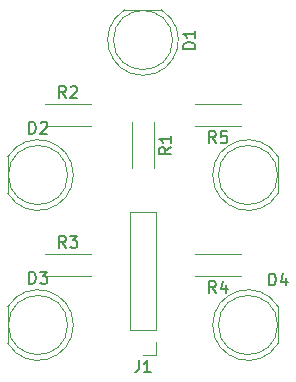
<source format=gbr>
%TF.GenerationSoftware,KiCad,Pcbnew,7.0.8*%
%TF.CreationDate,2023-11-19T13:08:37-05:00*%
%TF.ProjectId,Light Pcb,4c696768-7420-4506-9362-2e6b69636164,rev?*%
%TF.SameCoordinates,Original*%
%TF.FileFunction,Legend,Top*%
%TF.FilePolarity,Positive*%
%FSLAX46Y46*%
G04 Gerber Fmt 4.6, Leading zero omitted, Abs format (unit mm)*
G04 Created by KiCad (PCBNEW 7.0.8) date 2023-11-19 13:08:37*
%MOMM*%
%LPD*%
G01*
G04 APERTURE LIST*
%ADD10C,0.150000*%
%ADD11C,0.120000*%
G04 APERTURE END LIST*
D10*
X101266666Y-79174819D02*
X101266666Y-79889104D01*
X101266666Y-79889104D02*
X101219047Y-80031961D01*
X101219047Y-80031961D02*
X101123809Y-80127200D01*
X101123809Y-80127200D02*
X100980952Y-80174819D01*
X100980952Y-80174819D02*
X100885714Y-80174819D01*
X102266666Y-80174819D02*
X101695238Y-80174819D01*
X101980952Y-80174819D02*
X101980952Y-79174819D01*
X101980952Y-79174819D02*
X101885714Y-79317676D01*
X101885714Y-79317676D02*
X101790476Y-79412914D01*
X101790476Y-79412914D02*
X101695238Y-79460533D01*
X107783333Y-60794819D02*
X107450000Y-60318628D01*
X107211905Y-60794819D02*
X107211905Y-59794819D01*
X107211905Y-59794819D02*
X107592857Y-59794819D01*
X107592857Y-59794819D02*
X107688095Y-59842438D01*
X107688095Y-59842438D02*
X107735714Y-59890057D01*
X107735714Y-59890057D02*
X107783333Y-59985295D01*
X107783333Y-59985295D02*
X107783333Y-60128152D01*
X107783333Y-60128152D02*
X107735714Y-60223390D01*
X107735714Y-60223390D02*
X107688095Y-60271009D01*
X107688095Y-60271009D02*
X107592857Y-60318628D01*
X107592857Y-60318628D02*
X107211905Y-60318628D01*
X108688095Y-59794819D02*
X108211905Y-59794819D01*
X108211905Y-59794819D02*
X108164286Y-60271009D01*
X108164286Y-60271009D02*
X108211905Y-60223390D01*
X108211905Y-60223390D02*
X108307143Y-60175771D01*
X108307143Y-60175771D02*
X108545238Y-60175771D01*
X108545238Y-60175771D02*
X108640476Y-60223390D01*
X108640476Y-60223390D02*
X108688095Y-60271009D01*
X108688095Y-60271009D02*
X108735714Y-60366247D01*
X108735714Y-60366247D02*
X108735714Y-60604342D01*
X108735714Y-60604342D02*
X108688095Y-60699580D01*
X108688095Y-60699580D02*
X108640476Y-60747200D01*
X108640476Y-60747200D02*
X108545238Y-60794819D01*
X108545238Y-60794819D02*
X108307143Y-60794819D01*
X108307143Y-60794819D02*
X108211905Y-60747200D01*
X108211905Y-60747200D02*
X108164286Y-60699580D01*
X107783333Y-73494819D02*
X107450000Y-73018628D01*
X107211905Y-73494819D02*
X107211905Y-72494819D01*
X107211905Y-72494819D02*
X107592857Y-72494819D01*
X107592857Y-72494819D02*
X107688095Y-72542438D01*
X107688095Y-72542438D02*
X107735714Y-72590057D01*
X107735714Y-72590057D02*
X107783333Y-72685295D01*
X107783333Y-72685295D02*
X107783333Y-72828152D01*
X107783333Y-72828152D02*
X107735714Y-72923390D01*
X107735714Y-72923390D02*
X107688095Y-72971009D01*
X107688095Y-72971009D02*
X107592857Y-73018628D01*
X107592857Y-73018628D02*
X107211905Y-73018628D01*
X108640476Y-72828152D02*
X108640476Y-73494819D01*
X108402381Y-72447200D02*
X108164286Y-73161485D01*
X108164286Y-73161485D02*
X108783333Y-73161485D01*
X95083333Y-69654819D02*
X94750000Y-69178628D01*
X94511905Y-69654819D02*
X94511905Y-68654819D01*
X94511905Y-68654819D02*
X94892857Y-68654819D01*
X94892857Y-68654819D02*
X94988095Y-68702438D01*
X94988095Y-68702438D02*
X95035714Y-68750057D01*
X95035714Y-68750057D02*
X95083333Y-68845295D01*
X95083333Y-68845295D02*
X95083333Y-68988152D01*
X95083333Y-68988152D02*
X95035714Y-69083390D01*
X95035714Y-69083390D02*
X94988095Y-69131009D01*
X94988095Y-69131009D02*
X94892857Y-69178628D01*
X94892857Y-69178628D02*
X94511905Y-69178628D01*
X95416667Y-68654819D02*
X96035714Y-68654819D01*
X96035714Y-68654819D02*
X95702381Y-69035771D01*
X95702381Y-69035771D02*
X95845238Y-69035771D01*
X95845238Y-69035771D02*
X95940476Y-69083390D01*
X95940476Y-69083390D02*
X95988095Y-69131009D01*
X95988095Y-69131009D02*
X96035714Y-69226247D01*
X96035714Y-69226247D02*
X96035714Y-69464342D01*
X96035714Y-69464342D02*
X95988095Y-69559580D01*
X95988095Y-69559580D02*
X95940476Y-69607200D01*
X95940476Y-69607200D02*
X95845238Y-69654819D01*
X95845238Y-69654819D02*
X95559524Y-69654819D01*
X95559524Y-69654819D02*
X95464286Y-69607200D01*
X95464286Y-69607200D02*
X95416667Y-69559580D01*
X95083333Y-56954819D02*
X94750000Y-56478628D01*
X94511905Y-56954819D02*
X94511905Y-55954819D01*
X94511905Y-55954819D02*
X94892857Y-55954819D01*
X94892857Y-55954819D02*
X94988095Y-56002438D01*
X94988095Y-56002438D02*
X95035714Y-56050057D01*
X95035714Y-56050057D02*
X95083333Y-56145295D01*
X95083333Y-56145295D02*
X95083333Y-56288152D01*
X95083333Y-56288152D02*
X95035714Y-56383390D01*
X95035714Y-56383390D02*
X94988095Y-56431009D01*
X94988095Y-56431009D02*
X94892857Y-56478628D01*
X94892857Y-56478628D02*
X94511905Y-56478628D01*
X95464286Y-56050057D02*
X95511905Y-56002438D01*
X95511905Y-56002438D02*
X95607143Y-55954819D01*
X95607143Y-55954819D02*
X95845238Y-55954819D01*
X95845238Y-55954819D02*
X95940476Y-56002438D01*
X95940476Y-56002438D02*
X95988095Y-56050057D01*
X95988095Y-56050057D02*
X96035714Y-56145295D01*
X96035714Y-56145295D02*
X96035714Y-56240533D01*
X96035714Y-56240533D02*
X95988095Y-56383390D01*
X95988095Y-56383390D02*
X95416667Y-56954819D01*
X95416667Y-56954819D02*
X96035714Y-56954819D01*
X103974819Y-61126666D02*
X103498628Y-61459999D01*
X103974819Y-61698094D02*
X102974819Y-61698094D01*
X102974819Y-61698094D02*
X102974819Y-61317142D01*
X102974819Y-61317142D02*
X103022438Y-61221904D01*
X103022438Y-61221904D02*
X103070057Y-61174285D01*
X103070057Y-61174285D02*
X103165295Y-61126666D01*
X103165295Y-61126666D02*
X103308152Y-61126666D01*
X103308152Y-61126666D02*
X103403390Y-61174285D01*
X103403390Y-61174285D02*
X103451009Y-61221904D01*
X103451009Y-61221904D02*
X103498628Y-61317142D01*
X103498628Y-61317142D02*
X103498628Y-61698094D01*
X103974819Y-60174285D02*
X103974819Y-60745713D01*
X103974819Y-60459999D02*
X102974819Y-60459999D01*
X102974819Y-60459999D02*
X103117676Y-60555237D01*
X103117676Y-60555237D02*
X103212914Y-60650475D01*
X103212914Y-60650475D02*
X103260533Y-60745713D01*
X112291905Y-72844819D02*
X112291905Y-71844819D01*
X112291905Y-71844819D02*
X112530000Y-71844819D01*
X112530000Y-71844819D02*
X112672857Y-71892438D01*
X112672857Y-71892438D02*
X112768095Y-71987676D01*
X112768095Y-71987676D02*
X112815714Y-72082914D01*
X112815714Y-72082914D02*
X112863333Y-72273390D01*
X112863333Y-72273390D02*
X112863333Y-72416247D01*
X112863333Y-72416247D02*
X112815714Y-72606723D01*
X112815714Y-72606723D02*
X112768095Y-72701961D01*
X112768095Y-72701961D02*
X112672857Y-72797200D01*
X112672857Y-72797200D02*
X112530000Y-72844819D01*
X112530000Y-72844819D02*
X112291905Y-72844819D01*
X113720476Y-72178152D02*
X113720476Y-72844819D01*
X113482381Y-71797200D02*
X113244286Y-72511485D01*
X113244286Y-72511485D02*
X113863333Y-72511485D01*
X91971905Y-72694819D02*
X91971905Y-71694819D01*
X91971905Y-71694819D02*
X92210000Y-71694819D01*
X92210000Y-71694819D02*
X92352857Y-71742438D01*
X92352857Y-71742438D02*
X92448095Y-71837676D01*
X92448095Y-71837676D02*
X92495714Y-71932914D01*
X92495714Y-71932914D02*
X92543333Y-72123390D01*
X92543333Y-72123390D02*
X92543333Y-72266247D01*
X92543333Y-72266247D02*
X92495714Y-72456723D01*
X92495714Y-72456723D02*
X92448095Y-72551961D01*
X92448095Y-72551961D02*
X92352857Y-72647200D01*
X92352857Y-72647200D02*
X92210000Y-72694819D01*
X92210000Y-72694819D02*
X91971905Y-72694819D01*
X92876667Y-71694819D02*
X93495714Y-71694819D01*
X93495714Y-71694819D02*
X93162381Y-72075771D01*
X93162381Y-72075771D02*
X93305238Y-72075771D01*
X93305238Y-72075771D02*
X93400476Y-72123390D01*
X93400476Y-72123390D02*
X93448095Y-72171009D01*
X93448095Y-72171009D02*
X93495714Y-72266247D01*
X93495714Y-72266247D02*
X93495714Y-72504342D01*
X93495714Y-72504342D02*
X93448095Y-72599580D01*
X93448095Y-72599580D02*
X93400476Y-72647200D01*
X93400476Y-72647200D02*
X93305238Y-72694819D01*
X93305238Y-72694819D02*
X93019524Y-72694819D01*
X93019524Y-72694819D02*
X92924286Y-72647200D01*
X92924286Y-72647200D02*
X92876667Y-72599580D01*
X91971905Y-59994819D02*
X91971905Y-58994819D01*
X91971905Y-58994819D02*
X92210000Y-58994819D01*
X92210000Y-58994819D02*
X92352857Y-59042438D01*
X92352857Y-59042438D02*
X92448095Y-59137676D01*
X92448095Y-59137676D02*
X92495714Y-59232914D01*
X92495714Y-59232914D02*
X92543333Y-59423390D01*
X92543333Y-59423390D02*
X92543333Y-59566247D01*
X92543333Y-59566247D02*
X92495714Y-59756723D01*
X92495714Y-59756723D02*
X92448095Y-59851961D01*
X92448095Y-59851961D02*
X92352857Y-59947200D01*
X92352857Y-59947200D02*
X92210000Y-59994819D01*
X92210000Y-59994819D02*
X91971905Y-59994819D01*
X92924286Y-59090057D02*
X92971905Y-59042438D01*
X92971905Y-59042438D02*
X93067143Y-58994819D01*
X93067143Y-58994819D02*
X93305238Y-58994819D01*
X93305238Y-58994819D02*
X93400476Y-59042438D01*
X93400476Y-59042438D02*
X93448095Y-59090057D01*
X93448095Y-59090057D02*
X93495714Y-59185295D01*
X93495714Y-59185295D02*
X93495714Y-59280533D01*
X93495714Y-59280533D02*
X93448095Y-59423390D01*
X93448095Y-59423390D02*
X92876667Y-59994819D01*
X92876667Y-59994819D02*
X93495714Y-59994819D01*
X106014819Y-52808094D02*
X105014819Y-52808094D01*
X105014819Y-52808094D02*
X105014819Y-52569999D01*
X105014819Y-52569999D02*
X105062438Y-52427142D01*
X105062438Y-52427142D02*
X105157676Y-52331904D01*
X105157676Y-52331904D02*
X105252914Y-52284285D01*
X105252914Y-52284285D02*
X105443390Y-52236666D01*
X105443390Y-52236666D02*
X105586247Y-52236666D01*
X105586247Y-52236666D02*
X105776723Y-52284285D01*
X105776723Y-52284285D02*
X105871961Y-52331904D01*
X105871961Y-52331904D02*
X105967200Y-52427142D01*
X105967200Y-52427142D02*
X106014819Y-52569999D01*
X106014819Y-52569999D02*
X106014819Y-52808094D01*
X106014819Y-51284285D02*
X106014819Y-51855713D01*
X106014819Y-51569999D02*
X105014819Y-51569999D01*
X105014819Y-51569999D02*
X105157676Y-51665237D01*
X105157676Y-51665237D02*
X105252914Y-51760475D01*
X105252914Y-51760475D02*
X105300533Y-51855713D01*
D11*
%TO.C,J1*%
X102660000Y-76660000D02*
X100540000Y-76660000D01*
X102660000Y-66600000D02*
X100540000Y-66600000D01*
X102660000Y-78720000D02*
X101600000Y-78720000D01*
X100540000Y-76660000D02*
X100540000Y-66600000D01*
X102660000Y-77660000D02*
X102660000Y-78720000D01*
X102660000Y-76660000D02*
X102660000Y-66600000D01*
%TO.C,R5*%
X109870000Y-57500000D02*
X106030000Y-57500000D01*
X109870000Y-59340000D02*
X106030000Y-59340000D01*
%TO.C,R4*%
X109870000Y-70200000D02*
X106030000Y-70200000D01*
X109870000Y-72040000D02*
X106030000Y-72040000D01*
%TO.C,R3*%
X93330000Y-72040000D02*
X97170000Y-72040000D01*
X93330000Y-70200000D02*
X97170000Y-70200000D01*
%TO.C,R2*%
X93330000Y-57500000D02*
X97170000Y-57500000D01*
X93330000Y-59340000D02*
X97170000Y-59340000D01*
%TO.C,R1*%
X100680000Y-59040000D02*
X100680000Y-62880000D01*
X102520000Y-59040000D02*
X102520000Y-62880000D01*
%TO.C,D5*%
X113050000Y-65045000D02*
X113050000Y-61955000D01*
X107500001Y-63499538D02*
G75*
G03*
X113049999Y-65044830I2989999J-462D01*
G01*
X113050000Y-61955170D02*
G75*
G03*
X107500000Y-63500462I-2560000J-1544830D01*
G01*
X112990000Y-63500000D02*
G75*
G03*
X112990000Y-63500000I-2500000J0D01*
G01*
%TO.C,D4*%
X113050000Y-77745000D02*
X113050000Y-74655000D01*
X107500001Y-76199538D02*
G75*
G03*
X113049999Y-77744830I2989999J-462D01*
G01*
X113050000Y-74655170D02*
G75*
G03*
X107500000Y-76200462I-2560000J-1544830D01*
G01*
X112990000Y-76200000D02*
G75*
G03*
X112990000Y-76200000I-2500000J0D01*
G01*
%TO.C,D3*%
X90150000Y-74655000D02*
X90150000Y-77745000D01*
X95699999Y-76200462D02*
G75*
G03*
X90150001Y-74655170I-2989999J462D01*
G01*
X90150000Y-77744830D02*
G75*
G03*
X95700000Y-76199538I2560000J1544830D01*
G01*
X95210000Y-76200000D02*
G75*
G03*
X95210000Y-76200000I-2500000J0D01*
G01*
%TO.C,D2*%
X90150000Y-61955000D02*
X90150000Y-65045000D01*
X95699999Y-63500462D02*
G75*
G03*
X90150001Y-61955170I-2989999J462D01*
G01*
X90150000Y-65044830D02*
G75*
G03*
X95700000Y-63499538I2560000J1544830D01*
G01*
X95210000Y-63500000D02*
G75*
G03*
X95210000Y-63500000I-2500000J0D01*
G01*
%TO.C,D1*%
X103145000Y-49510000D02*
X100055000Y-49510000D01*
X101599538Y-55059999D02*
G75*
G03*
X103144830Y-49510001I462J2989999D01*
G01*
X100055170Y-49510000D02*
G75*
G03*
X101600462Y-55060000I1544830J-2560000D01*
G01*
X104100000Y-52070000D02*
G75*
G03*
X104100000Y-52070000I-2500000J0D01*
G01*
%TD*%
M02*

</source>
